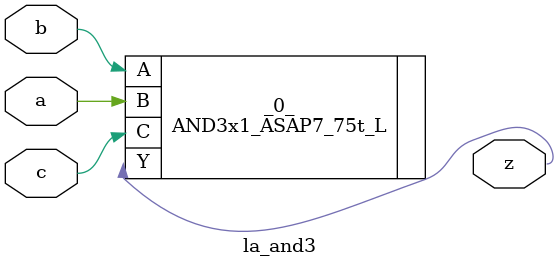
<source format=v>

/* Generated by Yosys 0.37 (git sha1 a5c7f69ed, clang 14.0.0-1ubuntu1.1 -fPIC -Os) */

module la_and3(a, b, c, z);
  input a;
  wire a;
  input b;
  wire b;
  input c;
  wire c;
  output z;
  wire z;
  AND3x1_ASAP7_75t_L _0_ (
    .A(b),
    .B(a),
    .C(c),
    .Y(z)
  );
endmodule

</source>
